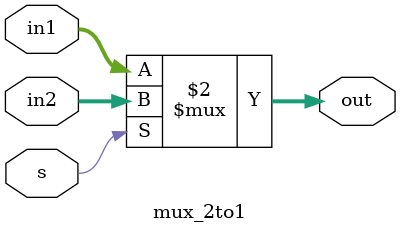
<source format=sv>
module mux_2to1#(
	parameter WIDTH=32)(
	input [WIDTH-1:0]in1,
	input [WIDTH-1:0]in2,
	input s,
	output [WIDTH-1:0]out);

always_comb
	out =s ? in2:in1;
	endmodule : mux_2to1

</source>
